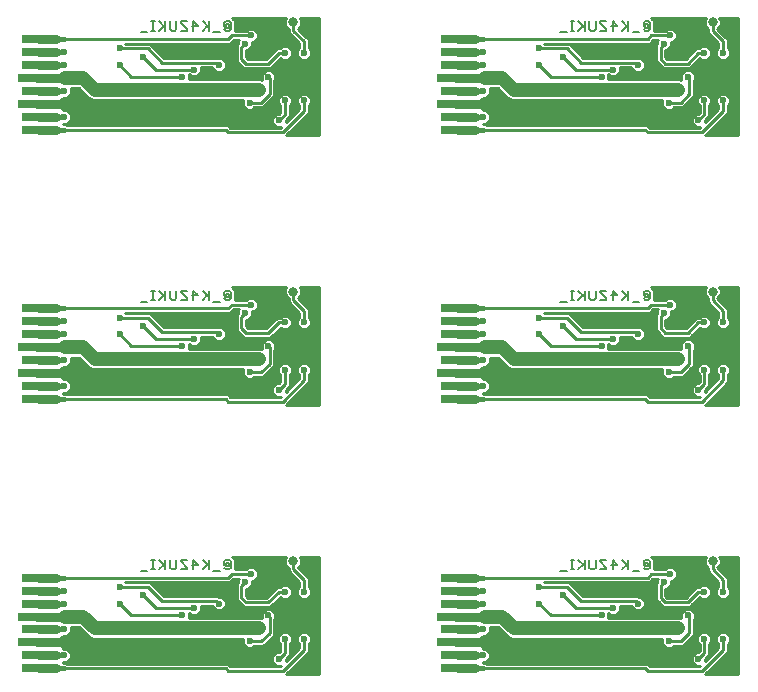
<source format=gbl>
G75*
%MOIN*%
%OFA0B0*%
%FSLAX24Y24*%
%IPPOS*%
%LPD*%
%AMOC8*
5,1,8,0,0,1.08239X$1,22.5*
%
%ADD10C,0.0080*%
%ADD11R,0.1142X0.0315*%
%ADD12R,0.1260X0.0315*%
%ADD13C,0.0315*%
%ADD14C,0.0236*%
%ADD15C,0.0472*%
%ADD16C,0.0315*%
%ADD17C,0.0098*%
%ADD18C,0.0157*%
D10*
X012562Y015251D02*
X012771Y015251D01*
X012908Y015303D02*
X013013Y015303D01*
X012960Y015303D02*
X012960Y015617D01*
X012908Y015617D02*
X013013Y015617D01*
X013166Y015617D02*
X013375Y015408D01*
X013323Y015460D02*
X013166Y015303D01*
X013375Y015303D02*
X013375Y015617D01*
X013528Y015617D02*
X013528Y015356D01*
X013581Y015303D01*
X013685Y015303D01*
X013738Y015356D01*
X013738Y015617D01*
X013891Y015617D02*
X013891Y015565D01*
X014100Y015356D01*
X014100Y015303D01*
X013891Y015303D01*
X013891Y015617D02*
X014100Y015617D01*
X014306Y015617D02*
X014463Y015460D01*
X014253Y015460D01*
X014306Y015303D02*
X014306Y015617D01*
X014616Y015617D02*
X014825Y015408D01*
X014773Y015460D02*
X014616Y015303D01*
X014825Y015303D02*
X014825Y015617D01*
X014978Y015251D02*
X015188Y015251D01*
X015341Y015356D02*
X015393Y015303D01*
X015498Y015303D01*
X015550Y015356D01*
X015550Y015565D01*
X015498Y015617D01*
X015393Y015617D01*
X015341Y015565D01*
X015341Y015460D01*
X015393Y015408D01*
X015393Y015513D01*
X015498Y015513D01*
X015498Y015408D01*
X015393Y015408D01*
X015188Y024227D02*
X014978Y024227D01*
X014825Y024280D02*
X014825Y024594D01*
X014773Y024437D02*
X014616Y024280D01*
X014463Y024437D02*
X014253Y024437D01*
X014306Y024594D02*
X014463Y024437D01*
X014616Y024594D02*
X014825Y024384D01*
X015341Y024332D02*
X015393Y024280D01*
X015498Y024280D01*
X015550Y024332D01*
X015550Y024541D01*
X015498Y024594D01*
X015393Y024594D01*
X015341Y024541D01*
X015341Y024437D01*
X015393Y024384D01*
X015393Y024489D01*
X015498Y024489D01*
X015498Y024384D01*
X015393Y024384D01*
X014306Y024280D02*
X014306Y024594D01*
X014100Y024594D02*
X013891Y024594D01*
X013891Y024541D01*
X014100Y024332D01*
X014100Y024280D01*
X013891Y024280D01*
X013738Y024332D02*
X013685Y024280D01*
X013581Y024280D01*
X013528Y024332D01*
X013528Y024594D01*
X013375Y024594D02*
X013375Y024280D01*
X013375Y024384D02*
X013166Y024594D01*
X013013Y024594D02*
X012908Y024594D01*
X012960Y024594D02*
X012960Y024280D01*
X012908Y024280D02*
X013013Y024280D01*
X013166Y024280D02*
X013323Y024437D01*
X013738Y024332D02*
X013738Y024594D01*
X012771Y024227D02*
X012562Y024227D01*
X012562Y033204D02*
X012771Y033204D01*
X012908Y033256D02*
X013013Y033256D01*
X012960Y033256D02*
X012960Y033570D01*
X012908Y033570D02*
X013013Y033570D01*
X013166Y033570D02*
X013375Y033361D01*
X013323Y033413D02*
X013166Y033256D01*
X013375Y033256D02*
X013375Y033570D01*
X013528Y033570D02*
X013528Y033308D01*
X013581Y033256D01*
X013685Y033256D01*
X013738Y033308D01*
X013738Y033570D01*
X013891Y033570D02*
X013891Y033518D01*
X014100Y033308D01*
X014100Y033256D01*
X013891Y033256D01*
X013891Y033570D02*
X014100Y033570D01*
X014306Y033570D02*
X014463Y033413D01*
X014253Y033413D01*
X014306Y033256D02*
X014306Y033570D01*
X014616Y033570D02*
X014825Y033361D01*
X014773Y033413D02*
X014616Y033256D01*
X014825Y033256D02*
X014825Y033570D01*
X014978Y033204D02*
X015188Y033204D01*
X015341Y033308D02*
X015393Y033256D01*
X015498Y033256D01*
X015550Y033308D01*
X015550Y033518D01*
X015498Y033570D01*
X015393Y033570D01*
X015341Y033518D01*
X015341Y033413D01*
X015393Y033361D01*
X015393Y033465D01*
X015498Y033465D01*
X015498Y033361D01*
X015393Y033361D01*
X026538Y033204D02*
X026747Y033204D01*
X026884Y033256D02*
X026989Y033256D01*
X026937Y033256D02*
X026937Y033570D01*
X026989Y033570D02*
X026884Y033570D01*
X027142Y033570D02*
X027352Y033361D01*
X027299Y033413D02*
X027142Y033256D01*
X027352Y033256D02*
X027352Y033570D01*
X027505Y033570D02*
X027505Y033308D01*
X027557Y033256D01*
X027662Y033256D01*
X027714Y033308D01*
X027714Y033570D01*
X027867Y033570D02*
X027867Y033518D01*
X028077Y033308D01*
X028077Y033256D01*
X027867Y033256D01*
X027867Y033570D02*
X028077Y033570D01*
X028282Y033570D02*
X028439Y033413D01*
X028230Y033413D01*
X028282Y033256D02*
X028282Y033570D01*
X028592Y033570D02*
X028802Y033361D01*
X028749Y033413D02*
X028592Y033256D01*
X028802Y033256D02*
X028802Y033570D01*
X028955Y033204D02*
X029164Y033204D01*
X029317Y033308D02*
X029370Y033256D01*
X029474Y033256D01*
X029527Y033308D01*
X029527Y033518D01*
X029474Y033570D01*
X029370Y033570D01*
X029317Y033518D01*
X029317Y033413D01*
X029370Y033361D01*
X029370Y033465D01*
X029474Y033465D01*
X029474Y033361D01*
X029370Y033361D01*
X029370Y024594D02*
X029317Y024541D01*
X029317Y024437D01*
X029370Y024384D01*
X029370Y024489D01*
X029474Y024489D01*
X029474Y024384D01*
X029370Y024384D01*
X029317Y024332D02*
X029370Y024280D01*
X029474Y024280D01*
X029527Y024332D01*
X029527Y024541D01*
X029474Y024594D01*
X029370Y024594D01*
X029164Y024227D02*
X028955Y024227D01*
X028802Y024280D02*
X028802Y024594D01*
X028749Y024437D02*
X028592Y024280D01*
X028439Y024437D02*
X028230Y024437D01*
X028282Y024594D02*
X028439Y024437D01*
X028592Y024594D02*
X028802Y024384D01*
X028282Y024280D02*
X028282Y024594D01*
X028077Y024594D02*
X027867Y024594D01*
X027867Y024541D01*
X028077Y024332D01*
X028077Y024280D01*
X027867Y024280D01*
X027714Y024332D02*
X027662Y024280D01*
X027557Y024280D01*
X027505Y024332D01*
X027505Y024594D01*
X027352Y024594D02*
X027352Y024280D01*
X027352Y024384D02*
X027142Y024594D01*
X026989Y024594D02*
X026884Y024594D01*
X026937Y024594D02*
X026937Y024280D01*
X026989Y024280D02*
X026884Y024280D01*
X026747Y024227D02*
X026538Y024227D01*
X027142Y024280D02*
X027299Y024437D01*
X027714Y024332D02*
X027714Y024594D01*
X027714Y015617D02*
X027714Y015356D01*
X027662Y015303D01*
X027557Y015303D01*
X027505Y015356D01*
X027505Y015617D01*
X027352Y015617D02*
X027352Y015303D01*
X027352Y015408D02*
X027142Y015617D01*
X026989Y015617D02*
X026884Y015617D01*
X026937Y015617D02*
X026937Y015303D01*
X026989Y015303D02*
X026884Y015303D01*
X026747Y015251D02*
X026538Y015251D01*
X027142Y015303D02*
X027299Y015460D01*
X027867Y015565D02*
X028077Y015356D01*
X028077Y015303D01*
X027867Y015303D01*
X027867Y015565D02*
X027867Y015617D01*
X028077Y015617D01*
X028282Y015617D02*
X028439Y015460D01*
X028230Y015460D01*
X028282Y015303D02*
X028282Y015617D01*
X028592Y015617D02*
X028802Y015408D01*
X028749Y015460D02*
X028592Y015303D01*
X028802Y015303D02*
X028802Y015617D01*
X028955Y015251D02*
X029164Y015251D01*
X029317Y015356D02*
X029370Y015303D01*
X029474Y015303D01*
X029527Y015356D01*
X029527Y015565D01*
X029474Y015617D01*
X029370Y015617D01*
X029317Y015565D01*
X029317Y015460D01*
X029370Y015408D01*
X029370Y015513D01*
X029474Y015513D01*
X029474Y015408D01*
X029370Y015408D01*
D11*
X009153Y011996D03*
X009153Y012429D03*
X009153Y013295D03*
X009153Y014161D03*
X009153Y014594D03*
X009153Y015027D03*
X009153Y020972D03*
X009153Y021405D03*
X009153Y022271D03*
X009153Y023137D03*
X009153Y023570D03*
X009153Y024004D03*
X009153Y029948D03*
X009153Y030381D03*
X009153Y031248D03*
X009153Y032114D03*
X009153Y032547D03*
X009153Y032980D03*
X023130Y032980D03*
X023130Y032547D03*
X023130Y032114D03*
X023130Y031248D03*
X023130Y030381D03*
X023130Y029948D03*
X023130Y024004D03*
X023130Y023570D03*
X023130Y023137D03*
X023130Y022271D03*
X023130Y021405D03*
X023130Y020972D03*
X023130Y015027D03*
X023130Y014594D03*
X023130Y014161D03*
X023130Y013295D03*
X023130Y012429D03*
X023130Y011996D03*
D12*
X023071Y012862D03*
X023071Y013728D03*
X023071Y021838D03*
X023071Y022704D03*
X023071Y030815D03*
X023071Y031681D03*
X009094Y031681D03*
X009094Y030815D03*
X009094Y022704D03*
X009094Y021838D03*
X009094Y013728D03*
X009094Y012862D03*
D13*
X017637Y015578D03*
X017637Y024555D03*
X017637Y033531D03*
X031614Y033531D03*
X031614Y024555D03*
X031614Y015578D03*
D14*
X032204Y015460D03*
X032401Y015618D03*
X032401Y015263D03*
X032401Y014712D03*
X031968Y014555D03*
X031968Y014240D03*
X031968Y013925D03*
X031968Y013610D03*
X031968Y013295D03*
X031968Y012980D03*
X031338Y012980D03*
X031338Y013295D03*
X031338Y013610D03*
X031338Y013925D03*
X031338Y014240D03*
X031338Y014555D03*
X030826Y014909D03*
X030197Y015145D03*
X030000Y014870D03*
X030157Y014476D03*
X030787Y013767D03*
X030472Y013334D03*
X030157Y012901D03*
X030472Y012193D03*
X030826Y012626D03*
X031141Y012311D03*
X032204Y012074D03*
X032401Y011917D03*
X032401Y012271D03*
X029645Y012193D03*
X029645Y013334D03*
X029134Y014161D03*
X028622Y013334D03*
X028307Y014004D03*
X027913Y013767D03*
X028110Y014594D03*
X026614Y014437D03*
X025826Y014712D03*
X025826Y014161D03*
X023976Y014161D03*
X023976Y014594D03*
X023976Y013295D03*
X023976Y012429D03*
X018425Y012271D03*
X018228Y012074D03*
X018425Y011917D03*
X017992Y012980D03*
X017992Y013295D03*
X017992Y013610D03*
X017992Y013925D03*
X017992Y014240D03*
X017992Y014555D03*
X018425Y014712D03*
X018425Y015263D03*
X018228Y015460D03*
X018425Y015618D03*
X017362Y014555D03*
X017362Y014240D03*
X017362Y013925D03*
X017362Y013610D03*
X017362Y013295D03*
X017362Y012980D03*
X016850Y012626D03*
X017165Y012311D03*
X016496Y012193D03*
X016181Y012901D03*
X015669Y012193D03*
X015669Y013334D03*
X016496Y013334D03*
X016811Y013767D03*
X016181Y014476D03*
X016023Y014870D03*
X016220Y015145D03*
X016850Y014909D03*
X015157Y014161D03*
X014645Y013334D03*
X014330Y014004D03*
X013937Y013767D03*
X014134Y014594D03*
X012637Y014437D03*
X011850Y014712D03*
X011850Y014161D03*
X010000Y014161D03*
X010000Y014594D03*
X010000Y013295D03*
X010000Y012429D03*
X015669Y021169D03*
X016496Y021169D03*
X016850Y021602D03*
X017165Y021287D03*
X017362Y021956D03*
X017362Y022271D03*
X017362Y022586D03*
X017362Y022901D03*
X017362Y023216D03*
X017362Y023531D03*
X016850Y023885D03*
X016220Y024122D03*
X016023Y023846D03*
X016181Y023452D03*
X016811Y022744D03*
X016496Y022311D03*
X016181Y021878D03*
X015669Y022311D03*
X015157Y023137D03*
X014645Y022311D03*
X014330Y022980D03*
X013937Y022744D03*
X014134Y023570D03*
X012637Y023413D03*
X011850Y023689D03*
X011850Y023137D03*
X010000Y023137D03*
X010000Y023570D03*
X010000Y022271D03*
X010000Y021405D03*
X017992Y021956D03*
X017992Y022271D03*
X017992Y022586D03*
X017992Y022901D03*
X017992Y023216D03*
X017992Y023531D03*
X018425Y023689D03*
X018425Y024240D03*
X018228Y024437D03*
X018425Y024594D03*
X018425Y021248D03*
X018228Y021051D03*
X018425Y020893D03*
X023976Y021405D03*
X023976Y022271D03*
X023976Y023137D03*
X023976Y023570D03*
X025826Y023689D03*
X025826Y023137D03*
X026614Y023413D03*
X027913Y022744D03*
X028307Y022980D03*
X028110Y023570D03*
X029134Y023137D03*
X029645Y022311D03*
X030157Y021878D03*
X030472Y022311D03*
X030787Y022744D03*
X031338Y022901D03*
X031338Y022586D03*
X031338Y022271D03*
X031338Y021956D03*
X030826Y021602D03*
X031141Y021287D03*
X030472Y021169D03*
X029645Y021169D03*
X028622Y022311D03*
X030157Y023452D03*
X030000Y023846D03*
X030197Y024122D03*
X030826Y023885D03*
X031338Y023531D03*
X031338Y023216D03*
X031968Y023216D03*
X031968Y022901D03*
X031968Y022586D03*
X031968Y022271D03*
X031968Y021956D03*
X032401Y021248D03*
X032204Y021051D03*
X032401Y020893D03*
X031968Y023531D03*
X032401Y023689D03*
X032401Y024240D03*
X032204Y024437D03*
X032401Y024594D03*
X032401Y029870D03*
X032204Y030027D03*
X032401Y030224D03*
X031968Y030933D03*
X031968Y031248D03*
X031968Y031563D03*
X031968Y031878D03*
X031968Y032193D03*
X031968Y032507D03*
X032401Y032665D03*
X032401Y033216D03*
X032204Y033413D03*
X032401Y033570D03*
X031338Y032507D03*
X031338Y032193D03*
X031338Y031878D03*
X031338Y031563D03*
X031338Y031248D03*
X031338Y030933D03*
X030826Y030578D03*
X031141Y030263D03*
X030472Y030145D03*
X030157Y030854D03*
X030472Y031287D03*
X030787Y031720D03*
X030157Y032429D03*
X030000Y032822D03*
X030197Y033098D03*
X030826Y032862D03*
X029134Y032114D03*
X029645Y031287D03*
X028622Y031287D03*
X028307Y031956D03*
X027913Y031720D03*
X028110Y032547D03*
X026614Y032389D03*
X025826Y032114D03*
X025826Y032665D03*
X023976Y032547D03*
X023976Y032114D03*
X023976Y031248D03*
X023976Y030381D03*
X018425Y030224D03*
X018228Y030027D03*
X018425Y029870D03*
X017992Y030933D03*
X017992Y031248D03*
X017992Y031563D03*
X017992Y031878D03*
X017992Y032193D03*
X017992Y032507D03*
X018425Y032665D03*
X018425Y033216D03*
X018228Y033413D03*
X018425Y033570D03*
X017362Y032507D03*
X017362Y032193D03*
X017362Y031878D03*
X017362Y031563D03*
X017362Y031248D03*
X017362Y030933D03*
X016850Y030578D03*
X017165Y030263D03*
X016496Y030145D03*
X016181Y030854D03*
X016496Y031287D03*
X016811Y031720D03*
X016181Y032429D03*
X016023Y032822D03*
X016220Y033098D03*
X016850Y032862D03*
X015157Y032114D03*
X014645Y031287D03*
X014330Y031956D03*
X013937Y031720D03*
X014134Y032547D03*
X012637Y032389D03*
X011850Y032114D03*
X011850Y032665D03*
X010000Y032547D03*
X010000Y032114D03*
X010000Y031248D03*
X010000Y030381D03*
X015669Y030145D03*
X015669Y031287D03*
X029645Y030145D03*
D15*
X029645Y031287D02*
X028622Y031287D01*
X025000Y031287D01*
X024606Y031681D01*
X024015Y031681D01*
X024015Y030815D02*
X024330Y030815D01*
X029645Y031287D02*
X030472Y031287D01*
X024606Y022704D02*
X024015Y022704D01*
X024606Y022704D02*
X025000Y022311D01*
X028622Y022311D01*
X029645Y022311D01*
X030472Y022311D01*
X024330Y021838D02*
X024015Y021838D01*
X016496Y022311D02*
X015669Y022311D01*
X014645Y022311D01*
X011023Y022311D01*
X010630Y022704D01*
X010039Y022704D01*
X010039Y021838D02*
X010354Y021838D01*
X010630Y013728D02*
X010039Y013728D01*
X010630Y013728D02*
X011023Y013334D01*
X014645Y013334D01*
X015669Y013334D01*
X016496Y013334D01*
X010354Y012862D02*
X010039Y012862D01*
X024015Y012862D02*
X024330Y012862D01*
X025000Y013334D02*
X028622Y013334D01*
X029645Y013334D01*
X030472Y013334D01*
X025000Y013334D02*
X024606Y013728D01*
X024015Y013728D01*
X010354Y030815D02*
X010039Y030815D01*
X010039Y031681D02*
X010630Y031681D01*
X011023Y031287D01*
X014645Y031287D01*
X015669Y031287D01*
X016496Y031287D01*
D16*
X010039Y031681D02*
X009094Y031681D01*
X009153Y032114D02*
X009724Y032114D01*
X009724Y032547D02*
X009153Y032547D01*
X009153Y032980D02*
X009724Y032980D01*
X009724Y031248D02*
X009153Y031248D01*
X009094Y030815D02*
X010039Y030815D01*
X009724Y030381D02*
X009153Y030381D01*
X009153Y029948D02*
X009724Y029948D01*
X009724Y024004D02*
X009153Y024004D01*
X009153Y023570D02*
X009724Y023570D01*
X009724Y023137D02*
X009153Y023137D01*
X009094Y022704D02*
X010039Y022704D01*
X009724Y022271D02*
X009153Y022271D01*
X009094Y021838D02*
X010039Y021838D01*
X009724Y021405D02*
X009153Y021405D01*
X009153Y020972D02*
X009724Y020972D01*
X009724Y015027D02*
X009153Y015027D01*
X009153Y014594D02*
X009724Y014594D01*
X009724Y014161D02*
X009153Y014161D01*
X009094Y013728D02*
X010039Y013728D01*
X009724Y013295D02*
X009153Y013295D01*
X009094Y012862D02*
X010039Y012862D01*
X009724Y012429D02*
X009153Y012429D01*
X009153Y011996D02*
X009724Y011996D01*
X023071Y012862D02*
X024015Y012862D01*
X023700Y012429D02*
X023130Y012429D01*
X023130Y011996D02*
X023700Y011996D01*
X023700Y013295D02*
X023130Y013295D01*
X023071Y013728D02*
X024015Y013728D01*
X023700Y014161D02*
X023130Y014161D01*
X023130Y014594D02*
X023700Y014594D01*
X023700Y015027D02*
X023130Y015027D01*
X023130Y020972D02*
X023700Y020972D01*
X023700Y021405D02*
X023130Y021405D01*
X023071Y021838D02*
X024015Y021838D01*
X023700Y022271D02*
X023130Y022271D01*
X023071Y022704D02*
X024015Y022704D01*
X023700Y023137D02*
X023130Y023137D01*
X023130Y023570D02*
X023700Y023570D01*
X023700Y024004D02*
X023130Y024004D01*
X023130Y029948D02*
X023700Y029948D01*
X023700Y030381D02*
X023130Y030381D01*
X023071Y030815D02*
X024015Y030815D01*
X023700Y031248D02*
X023130Y031248D01*
X023071Y031681D02*
X024015Y031681D01*
X023700Y032114D02*
X023130Y032114D01*
X023130Y032547D02*
X023700Y032547D01*
X023700Y032980D02*
X023130Y032980D01*
D17*
X023976Y032980D02*
X029448Y032980D01*
X029567Y033098D01*
X030197Y033098D01*
X030423Y033096D02*
X031550Y033096D01*
X031456Y033190D02*
X031811Y032836D01*
X031811Y032670D01*
X031742Y032601D01*
X031742Y032414D01*
X031874Y032281D01*
X032062Y032281D01*
X032195Y032414D01*
X032195Y032601D01*
X032126Y032670D01*
X032126Y032966D01*
X032033Y033059D01*
X031775Y033317D01*
X031839Y033381D01*
X031880Y033478D01*
X031880Y033584D01*
X031841Y033677D01*
X032470Y033677D01*
X032470Y029763D01*
X031375Y029763D01*
X031417Y029804D01*
X032126Y030513D01*
X032126Y030770D01*
X032195Y030839D01*
X032195Y031026D01*
X032062Y031159D01*
X031874Y031159D01*
X031742Y031026D01*
X031742Y030839D01*
X031811Y030770D01*
X031811Y030644D01*
X031368Y030201D01*
X031368Y030267D01*
X031496Y030395D01*
X031496Y030770D01*
X031565Y030839D01*
X031565Y031026D01*
X031432Y031159D01*
X031244Y031159D01*
X031112Y031026D01*
X031112Y030839D01*
X031181Y030770D01*
X031181Y030525D01*
X031145Y030490D01*
X031048Y030490D01*
X030915Y030357D01*
X030915Y030170D01*
X031048Y030037D01*
X031204Y030037D01*
X031194Y030027D01*
X029514Y030027D01*
X029435Y030106D01*
X024083Y030106D01*
X024054Y030135D01*
X023947Y030135D01*
X023947Y030155D01*
X024070Y030155D01*
X024202Y030288D01*
X024202Y030475D01*
X024070Y030608D01*
X023947Y030608D01*
X023947Y031021D01*
X024070Y031021D01*
X024202Y031154D01*
X024202Y031336D01*
X024463Y031336D01*
X024708Y031092D01*
X024805Y030995D01*
X024931Y030943D01*
X029931Y030943D01*
X029931Y030760D01*
X030063Y030628D01*
X030251Y030628D01*
X030320Y030696D01*
X030616Y030696D01*
X030892Y030972D01*
X030984Y031064D01*
X030984Y031597D01*
X031013Y031626D01*
X031013Y031814D01*
X030881Y031946D01*
X030693Y031946D01*
X030561Y031814D01*
X030561Y031626D01*
X030566Y031621D01*
X030541Y031631D01*
X028139Y031631D01*
X028139Y031799D01*
X028144Y031799D01*
X028213Y031730D01*
X028401Y031730D01*
X028533Y031863D01*
X028533Y032035D01*
X028907Y032035D01*
X028907Y032020D01*
X029040Y031887D01*
X029227Y031887D01*
X029360Y032020D01*
X029360Y032208D01*
X029227Y032340D01*
X029130Y032340D01*
X029120Y032350D01*
X027309Y032350D01*
X026929Y032730D01*
X026929Y032730D01*
X026837Y032822D01*
X025989Y032822D01*
X025989Y032822D01*
X029514Y032822D01*
X029606Y032915D01*
X029632Y032941D01*
X029798Y032941D01*
X029773Y032916D01*
X029773Y032819D01*
X029724Y032770D01*
X029724Y032245D01*
X029816Y032153D01*
X029974Y031996D01*
X030852Y031996D01*
X030945Y032088D01*
X031191Y032334D01*
X031244Y032281D01*
X031432Y032281D01*
X031565Y032414D01*
X031565Y032601D01*
X031432Y032734D01*
X031244Y032734D01*
X031176Y032665D01*
X031076Y032665D01*
X030722Y032311D01*
X030104Y032311D01*
X030039Y032376D01*
X030039Y032596D01*
X030093Y032596D01*
X030226Y032729D01*
X030226Y032872D01*
X030290Y032872D01*
X030423Y033004D01*
X030423Y033192D01*
X030290Y033324D01*
X030103Y033324D01*
X030034Y033256D01*
X029675Y033256D01*
X029675Y033517D01*
X029675Y033579D01*
X029623Y033632D01*
X029604Y033650D01*
X029577Y033677D01*
X031387Y033677D01*
X031348Y033584D01*
X031348Y033478D01*
X031389Y033381D01*
X031456Y033313D01*
X031456Y033190D01*
X031456Y033193D02*
X030422Y033193D01*
X030325Y033290D02*
X031456Y033290D01*
X031386Y033387D02*
X029675Y033387D01*
X029675Y033484D02*
X031348Y033484D01*
X031348Y033581D02*
X029673Y033581D01*
X029623Y033632D02*
X029623Y033632D01*
X029675Y033290D02*
X030068Y033290D01*
X030418Y032999D02*
X031647Y032999D01*
X031744Y032902D02*
X030321Y032902D01*
X030226Y032805D02*
X031811Y032805D01*
X031811Y032708D02*
X031457Y032708D01*
X031554Y032612D02*
X031752Y032612D01*
X031742Y032515D02*
X031565Y032515D01*
X031565Y032418D02*
X031742Y032418D01*
X031835Y032321D02*
X031472Y032321D01*
X031338Y032507D02*
X031141Y032507D01*
X030787Y032153D01*
X030039Y032153D01*
X029882Y032311D01*
X029882Y032704D01*
X030000Y032822D01*
X030206Y032708D02*
X031219Y032708D01*
X031023Y032612D02*
X030109Y032612D01*
X030039Y032515D02*
X030926Y032515D01*
X030829Y032418D02*
X030039Y032418D01*
X030094Y032321D02*
X030732Y032321D01*
X030984Y032127D02*
X032470Y032127D01*
X032470Y032224D02*
X031080Y032224D01*
X031177Y032321D02*
X031205Y032321D01*
X030887Y032030D02*
X032470Y032030D01*
X032470Y031933D02*
X030894Y031933D01*
X030991Y031836D02*
X032470Y031836D01*
X032470Y031739D02*
X031013Y031739D01*
X031013Y031642D02*
X032470Y031642D01*
X032470Y031545D02*
X030984Y031545D01*
X030984Y031448D02*
X032470Y031448D01*
X032470Y031352D02*
X030984Y031352D01*
X030984Y031255D02*
X032470Y031255D01*
X032470Y031158D02*
X032063Y031158D01*
X032160Y031061D02*
X032470Y031061D01*
X032470Y030964D02*
X032195Y030964D01*
X032195Y030867D02*
X032470Y030867D01*
X032470Y030770D02*
X032126Y030770D01*
X032126Y030673D02*
X032470Y030673D01*
X032470Y030576D02*
X032126Y030576D01*
X032092Y030479D02*
X032470Y030479D01*
X032470Y030382D02*
X031995Y030382D01*
X031898Y030285D02*
X032470Y030285D01*
X032470Y030188D02*
X031801Y030188D01*
X031704Y030091D02*
X032470Y030091D01*
X032470Y029995D02*
X031607Y029995D01*
X031510Y029898D02*
X032470Y029898D01*
X032470Y029801D02*
X031413Y029801D01*
X031260Y029870D02*
X029448Y029870D01*
X029370Y029948D01*
X023976Y029948D01*
X024103Y030188D02*
X030915Y030188D01*
X030915Y030285D02*
X024200Y030285D01*
X024202Y030382D02*
X030940Y030382D01*
X031037Y030479D02*
X024199Y030479D01*
X024102Y030576D02*
X031181Y030576D01*
X031181Y030673D02*
X030296Y030673D01*
X030157Y030854D02*
X030551Y030854D01*
X030826Y031130D01*
X030826Y031681D01*
X030787Y031720D01*
X030561Y031739D02*
X028410Y031739D01*
X028507Y031836D02*
X030583Y031836D01*
X030680Y031933D02*
X029273Y031933D01*
X029360Y032030D02*
X029939Y032030D01*
X029843Y032127D02*
X029360Y032127D01*
X029344Y032224D02*
X029746Y032224D01*
X029724Y032321D02*
X029247Y032321D01*
X029055Y032193D02*
X029134Y032114D01*
X029055Y032193D02*
X027244Y032193D01*
X026771Y032665D01*
X025826Y032665D01*
X025826Y032114D02*
X026220Y031720D01*
X027913Y031720D01*
X028139Y031739D02*
X028204Y031739D01*
X028139Y031642D02*
X030561Y031642D01*
X030984Y031158D02*
X031243Y031158D01*
X031146Y031061D02*
X030980Y031061D01*
X030883Y030964D02*
X031112Y030964D01*
X031112Y030867D02*
X030787Y030867D01*
X030690Y030770D02*
X031181Y030770D01*
X031338Y030933D02*
X031338Y030460D01*
X031141Y030263D01*
X030993Y030091D02*
X029449Y030091D01*
X030018Y030673D02*
X023947Y030673D01*
X023947Y030770D02*
X029931Y030770D01*
X029931Y030867D02*
X023947Y030867D01*
X023947Y030964D02*
X024880Y030964D01*
X024739Y031061D02*
X024109Y031061D01*
X024202Y031158D02*
X024642Y031158D01*
X024545Y031255D02*
X024202Y031255D01*
X026614Y032389D02*
X027047Y031956D01*
X028307Y031956D01*
X028533Y031933D02*
X028994Y031933D01*
X028907Y032030D02*
X028533Y032030D01*
X029724Y032418D02*
X027241Y032418D01*
X027144Y032515D02*
X029724Y032515D01*
X029724Y032612D02*
X027047Y032612D01*
X026951Y032708D02*
X029724Y032708D01*
X029760Y032805D02*
X026854Y032805D01*
X029594Y032902D02*
X029773Y032902D01*
X031614Y033256D02*
X031968Y032901D01*
X031968Y032507D01*
X032195Y032515D02*
X032470Y032515D01*
X032470Y032612D02*
X032184Y032612D01*
X032126Y032708D02*
X032470Y032708D01*
X032470Y032805D02*
X032126Y032805D01*
X032126Y032902D02*
X032470Y032902D01*
X032470Y032999D02*
X032093Y032999D01*
X031996Y033096D02*
X032470Y033096D01*
X032470Y033193D02*
X031899Y033193D01*
X031802Y033290D02*
X032470Y033290D01*
X032470Y033387D02*
X031842Y033387D01*
X031880Y033484D02*
X032470Y033484D01*
X032470Y033581D02*
X031880Y033581D01*
X031614Y033531D02*
X031614Y033256D01*
X032195Y032418D02*
X032470Y032418D01*
X032470Y032321D02*
X032102Y032321D01*
X031873Y031158D02*
X031433Y031158D01*
X031530Y031061D02*
X031776Y031061D01*
X031742Y030964D02*
X031565Y030964D01*
X031565Y030867D02*
X031742Y030867D01*
X031811Y030770D02*
X031496Y030770D01*
X031496Y030673D02*
X031811Y030673D01*
X031743Y030576D02*
X031496Y030576D01*
X031496Y030479D02*
X031646Y030479D01*
X031549Y030382D02*
X031483Y030382D01*
X031452Y030285D02*
X031386Y030285D01*
X031260Y029870D02*
X031968Y030578D01*
X031968Y030933D01*
X031841Y024701D02*
X032470Y024701D01*
X032470Y020786D01*
X031375Y020786D01*
X031417Y020828D01*
X032126Y021537D01*
X032126Y021794D01*
X032195Y021863D01*
X032195Y022050D01*
X032062Y022183D01*
X031874Y022183D01*
X031742Y022050D01*
X031742Y021863D01*
X031811Y021794D01*
X031811Y021667D01*
X031368Y021224D01*
X031368Y021291D01*
X031496Y021419D01*
X031496Y021794D01*
X031565Y021863D01*
X031565Y022050D01*
X031432Y022183D01*
X031244Y022183D01*
X031112Y022050D01*
X031112Y021863D01*
X031181Y021794D01*
X031181Y021549D01*
X031145Y021513D01*
X031048Y021513D01*
X030915Y021381D01*
X030915Y021193D01*
X031048Y021061D01*
X031204Y021061D01*
X031194Y021051D01*
X029514Y021051D01*
X029435Y021130D01*
X024083Y021130D01*
X024054Y021159D01*
X023947Y021159D01*
X023947Y021179D01*
X024070Y021179D01*
X024202Y021311D01*
X024202Y021499D01*
X024070Y021631D01*
X023947Y021631D01*
X023947Y022045D01*
X024070Y022045D01*
X024202Y022177D01*
X024202Y022360D01*
X024463Y022360D01*
X024708Y022115D01*
X024805Y022019D01*
X024931Y021966D01*
X029931Y021966D01*
X029931Y021784D01*
X030063Y021651D01*
X030251Y021651D01*
X030320Y021720D01*
X030616Y021720D01*
X030892Y021996D01*
X030984Y022088D01*
X030984Y022620D01*
X031013Y022650D01*
X031013Y022837D01*
X030881Y022970D01*
X030693Y022970D01*
X030561Y022837D01*
X030561Y022650D01*
X030566Y022645D01*
X030541Y022655D01*
X028139Y022655D01*
X028139Y022822D01*
X028144Y022822D01*
X028213Y022754D01*
X028401Y022754D01*
X028533Y022886D01*
X028533Y023059D01*
X028907Y023059D01*
X028907Y023044D01*
X029040Y022911D01*
X029227Y022911D01*
X029360Y023044D01*
X029360Y023231D01*
X029227Y023364D01*
X029130Y023364D01*
X029120Y023374D01*
X027309Y023374D01*
X026837Y023846D01*
X025989Y023846D01*
X029514Y023846D01*
X029606Y023938D01*
X029632Y023964D01*
X029798Y023964D01*
X029773Y023940D01*
X029773Y023842D01*
X029724Y023793D01*
X029724Y023269D01*
X029816Y023177D01*
X029974Y023019D01*
X030852Y023019D01*
X030945Y023112D01*
X031191Y023358D01*
X031244Y023305D01*
X031432Y023305D01*
X031565Y023437D01*
X031565Y023625D01*
X031432Y023757D01*
X031244Y023757D01*
X031176Y023689D01*
X031076Y023689D01*
X030722Y023334D01*
X030104Y023334D01*
X030039Y023399D01*
X030039Y023620D01*
X030093Y023620D01*
X030226Y023752D01*
X030226Y023895D01*
X030290Y023895D01*
X030423Y024028D01*
X030423Y024215D01*
X030290Y024348D01*
X030103Y024348D01*
X030034Y024279D01*
X029675Y024279D01*
X029675Y024541D01*
X029675Y024603D01*
X029623Y024655D01*
X029604Y024673D01*
X029577Y024701D01*
X031387Y024701D01*
X031348Y024608D01*
X031348Y024502D01*
X031389Y024404D01*
X031456Y024336D01*
X031456Y024214D01*
X031811Y023860D01*
X031811Y023694D01*
X031742Y023625D01*
X031742Y023437D01*
X031874Y023305D01*
X032062Y023305D01*
X032195Y023437D01*
X032195Y023625D01*
X032126Y023694D01*
X032126Y023990D01*
X032033Y024082D01*
X031775Y024340D01*
X031839Y024404D01*
X031880Y024502D01*
X031880Y024608D01*
X031841Y024701D01*
X031856Y024664D02*
X032470Y024664D01*
X032470Y024567D02*
X031880Y024567D01*
X031866Y024470D02*
X032470Y024470D01*
X032470Y024373D02*
X031808Y024373D01*
X031840Y024276D02*
X032470Y024276D01*
X032470Y024179D02*
X031937Y024179D01*
X032034Y024082D02*
X032470Y024082D01*
X032470Y023985D02*
X032126Y023985D01*
X032126Y023888D02*
X032470Y023888D01*
X032470Y023791D02*
X032126Y023791D01*
X032126Y023694D02*
X032470Y023694D01*
X032470Y023597D02*
X032195Y023597D01*
X032195Y023501D02*
X032470Y023501D01*
X032470Y023404D02*
X032161Y023404D01*
X032064Y023307D02*
X032470Y023307D01*
X032470Y023210D02*
X031043Y023210D01*
X031140Y023307D02*
X031243Y023307D01*
X031434Y023307D02*
X031872Y023307D01*
X031776Y023404D02*
X031531Y023404D01*
X031565Y023501D02*
X031742Y023501D01*
X031742Y023597D02*
X031565Y023597D01*
X031495Y023694D02*
X031811Y023694D01*
X031811Y023791D02*
X030226Y023791D01*
X030226Y023888D02*
X031782Y023888D01*
X031685Y023985D02*
X030380Y023985D01*
X030423Y024082D02*
X031588Y024082D01*
X031491Y024179D02*
X030423Y024179D01*
X030362Y024276D02*
X031456Y024276D01*
X031420Y024373D02*
X029675Y024373D01*
X029675Y024470D02*
X031361Y024470D01*
X031348Y024567D02*
X029675Y024567D01*
X029623Y024655D02*
X029623Y024655D01*
X029614Y024664D02*
X031371Y024664D01*
X031614Y024555D02*
X031614Y024279D01*
X031968Y023925D01*
X031968Y023531D01*
X031338Y023531D02*
X031141Y023531D01*
X030787Y023177D01*
X030039Y023177D01*
X029882Y023334D01*
X029882Y023728D01*
X030000Y023846D01*
X030168Y023694D02*
X031181Y023694D01*
X030985Y023597D02*
X030039Y023597D01*
X030039Y023501D02*
X030888Y023501D01*
X030791Y023404D02*
X030039Y023404D01*
X029724Y023404D02*
X027279Y023404D01*
X027182Y023501D02*
X029724Y023501D01*
X029724Y023597D02*
X027085Y023597D01*
X026988Y023694D02*
X029724Y023694D01*
X029724Y023791D02*
X026891Y023791D01*
X026771Y023689D02*
X027244Y023216D01*
X029055Y023216D01*
X029134Y023137D01*
X029284Y023307D02*
X029724Y023307D01*
X029783Y023210D02*
X029360Y023210D01*
X029360Y023113D02*
X029880Y023113D01*
X030561Y022822D02*
X028469Y022822D01*
X028533Y022919D02*
X029032Y022919D01*
X028935Y023016D02*
X028533Y023016D01*
X028307Y022980D02*
X027047Y022980D01*
X026614Y023413D01*
X026771Y023689D02*
X025826Y023689D01*
X025989Y023846D02*
X025989Y023846D01*
X025826Y023137D02*
X026220Y022744D01*
X027913Y022744D01*
X028139Y022725D02*
X030561Y022725D01*
X030642Y022919D02*
X029235Y022919D01*
X029332Y023016D02*
X032470Y023016D01*
X032470Y023113D02*
X030946Y023113D01*
X030932Y022919D02*
X032470Y022919D01*
X032470Y022822D02*
X031013Y022822D01*
X031013Y022725D02*
X032470Y022725D01*
X032470Y022628D02*
X030992Y022628D01*
X030984Y022531D02*
X032470Y022531D01*
X032470Y022434D02*
X030984Y022434D01*
X030984Y022337D02*
X032470Y022337D01*
X032470Y022241D02*
X030984Y022241D01*
X030984Y022144D02*
X031205Y022144D01*
X031112Y022047D02*
X030943Y022047D01*
X030846Y021950D02*
X031112Y021950D01*
X031122Y021853D02*
X030749Y021853D01*
X030652Y021756D02*
X031181Y021756D01*
X031181Y021659D02*
X030259Y021659D01*
X030056Y021659D02*
X023947Y021659D01*
X023947Y021756D02*
X029959Y021756D01*
X029931Y021853D02*
X023947Y021853D01*
X023947Y021950D02*
X029931Y021950D01*
X030157Y021878D02*
X030551Y021878D01*
X030826Y022153D01*
X030826Y022704D01*
X030787Y022744D01*
X031471Y022144D02*
X031835Y022144D01*
X031742Y022047D02*
X031565Y022047D01*
X031565Y021950D02*
X031742Y021950D01*
X031752Y021853D02*
X031555Y021853D01*
X031496Y021756D02*
X031811Y021756D01*
X031802Y021659D02*
X031496Y021659D01*
X031496Y021562D02*
X031706Y021562D01*
X031609Y021465D02*
X031496Y021465D01*
X031512Y021368D02*
X031445Y021368D01*
X031415Y021271D02*
X031368Y021271D01*
X031338Y021484D02*
X031141Y021287D01*
X030915Y021271D02*
X024162Y021271D01*
X024202Y021368D02*
X030915Y021368D01*
X030999Y021465D02*
X024202Y021465D01*
X024139Y021562D02*
X031181Y021562D01*
X031338Y021484D02*
X031338Y021956D01*
X031968Y021956D02*
X031968Y021602D01*
X031260Y020893D01*
X029448Y020893D01*
X029370Y020972D01*
X023976Y020972D01*
X023947Y021174D02*
X030934Y021174D01*
X031031Y021077D02*
X029487Y021077D01*
X031376Y020787D02*
X032470Y020787D01*
X032470Y020884D02*
X031472Y020884D01*
X031569Y020980D02*
X032470Y020980D01*
X032470Y021077D02*
X031666Y021077D01*
X031763Y021174D02*
X032470Y021174D01*
X032470Y021271D02*
X031860Y021271D01*
X031957Y021368D02*
X032470Y021368D01*
X032470Y021465D02*
X032054Y021465D01*
X032126Y021562D02*
X032470Y021562D01*
X032470Y021659D02*
X032126Y021659D01*
X032126Y021756D02*
X032470Y021756D01*
X032470Y021853D02*
X032185Y021853D01*
X032195Y021950D02*
X032470Y021950D01*
X032470Y022047D02*
X032195Y022047D01*
X032101Y022144D02*
X032470Y022144D01*
X030197Y024122D02*
X029567Y024122D01*
X029448Y024004D01*
X023976Y024004D01*
X024202Y022337D02*
X024486Y022337D01*
X024583Y022241D02*
X024202Y022241D01*
X024169Y022144D02*
X024680Y022144D01*
X024776Y022047D02*
X024072Y022047D01*
X028139Y022822D02*
X028144Y022822D01*
X029556Y023888D02*
X029773Y023888D01*
X029577Y015725D02*
X031387Y015725D01*
X031348Y015631D01*
X031348Y015525D01*
X031389Y015428D01*
X031456Y015360D01*
X031456Y015238D01*
X031811Y014883D01*
X031811Y014717D01*
X031742Y014648D01*
X031742Y014461D01*
X031874Y014328D01*
X032062Y014328D01*
X032195Y014461D01*
X032195Y014648D01*
X032126Y014717D01*
X032126Y015014D01*
X032033Y015106D01*
X031775Y015364D01*
X031839Y015428D01*
X031880Y015525D01*
X031880Y015631D01*
X031841Y015725D01*
X032470Y015725D01*
X032470Y011810D01*
X031375Y011810D01*
X032126Y012560D01*
X032126Y012817D01*
X032195Y012886D01*
X032195Y013074D01*
X032062Y013206D01*
X031874Y013206D01*
X031742Y013074D01*
X031742Y012886D01*
X031811Y012817D01*
X031811Y012691D01*
X031368Y012248D01*
X031368Y012314D01*
X031496Y012442D01*
X031496Y012817D01*
X031565Y012886D01*
X031565Y013074D01*
X031432Y013206D01*
X031244Y013206D01*
X031112Y013074D01*
X031112Y012886D01*
X031181Y012817D01*
X031181Y012573D01*
X031145Y012537D01*
X031048Y012537D01*
X030915Y012404D01*
X030915Y012217D01*
X031048Y012084D01*
X031204Y012084D01*
X031194Y012074D01*
X029514Y012074D01*
X029435Y012153D01*
X024083Y012153D01*
X024054Y012183D01*
X023947Y012183D01*
X023947Y012202D01*
X024070Y012202D01*
X024202Y012335D01*
X024202Y012523D01*
X024070Y012655D01*
X023947Y012655D01*
X023947Y013069D01*
X024070Y013069D01*
X024202Y013201D01*
X024202Y013383D01*
X024463Y013383D01*
X024708Y013139D01*
X024805Y013042D01*
X024931Y012990D01*
X029931Y012990D01*
X029931Y012807D01*
X030063Y012675D01*
X030251Y012675D01*
X030320Y012744D01*
X030616Y012744D01*
X030892Y013019D01*
X030984Y013112D01*
X030984Y013644D01*
X031013Y013674D01*
X031013Y013861D01*
X030881Y013994D01*
X030693Y013994D01*
X030561Y013861D01*
X030561Y013674D01*
X030566Y013668D01*
X030541Y013679D01*
X028139Y013679D01*
X028139Y013846D01*
X028144Y013846D01*
X028213Y013777D01*
X028401Y013777D01*
X028533Y013910D01*
X028533Y014082D01*
X028907Y014082D01*
X028907Y014067D01*
X029040Y013935D01*
X029227Y013935D01*
X029360Y014067D01*
X029360Y014255D01*
X029227Y014387D01*
X029130Y014387D01*
X029120Y014397D01*
X027309Y014397D01*
X026837Y014870D01*
X025989Y014870D01*
X029514Y014870D01*
X029606Y014962D01*
X029632Y014988D01*
X029798Y014988D01*
X029773Y014963D01*
X029773Y014866D01*
X029724Y014817D01*
X029724Y014293D01*
X029816Y014200D01*
X029974Y014043D01*
X030852Y014043D01*
X030945Y014135D01*
X031191Y014382D01*
X031244Y014328D01*
X031432Y014328D01*
X031565Y014461D01*
X031565Y014648D01*
X031432Y014781D01*
X031244Y014781D01*
X031176Y014712D01*
X031076Y014712D01*
X030722Y014358D01*
X030104Y014358D01*
X030039Y014423D01*
X030039Y014643D01*
X030093Y014643D01*
X030226Y014776D01*
X030226Y014919D01*
X030290Y014919D01*
X030423Y015052D01*
X030423Y015239D01*
X030290Y015372D01*
X030103Y015372D01*
X030034Y015303D01*
X029675Y015303D01*
X029675Y015564D01*
X029675Y015626D01*
X029623Y015679D01*
X029604Y015697D01*
X029577Y015725D01*
X029623Y015679D02*
X029623Y015679D01*
X029652Y015650D02*
X031356Y015650D01*
X031348Y015553D02*
X029675Y015553D01*
X029675Y015456D02*
X031377Y015456D01*
X031456Y015359D02*
X030303Y015359D01*
X030400Y015262D02*
X031456Y015262D01*
X031529Y015165D02*
X030423Y015165D01*
X030423Y015068D02*
X031626Y015068D01*
X031723Y014971D02*
X030343Y014971D01*
X030226Y014874D02*
X031811Y014874D01*
X031811Y014777D02*
X031436Y014777D01*
X031533Y014680D02*
X031774Y014680D01*
X031742Y014583D02*
X031565Y014583D01*
X031565Y014486D02*
X031742Y014486D01*
X031813Y014390D02*
X031493Y014390D01*
X031338Y014555D02*
X031141Y014555D01*
X030787Y014200D01*
X030039Y014200D01*
X029882Y014358D01*
X029882Y014752D01*
X030000Y014870D01*
X029773Y014874D02*
X029518Y014874D01*
X029615Y014971D02*
X029781Y014971D01*
X029724Y014777D02*
X026929Y014777D01*
X027026Y014680D02*
X029724Y014680D01*
X029724Y014583D02*
X027123Y014583D01*
X027220Y014486D02*
X029724Y014486D01*
X029724Y014390D02*
X029128Y014390D01*
X029055Y014240D02*
X029134Y014161D01*
X029055Y014240D02*
X027244Y014240D01*
X026771Y014712D01*
X025826Y014712D01*
X025989Y014870D02*
X025989Y014870D01*
X025826Y014161D02*
X026220Y013767D01*
X027913Y013767D01*
X028139Y013808D02*
X028182Y013808D01*
X028139Y013711D02*
X030561Y013711D01*
X030561Y013808D02*
X028431Y013808D01*
X028528Y013905D02*
X030605Y013905D01*
X030787Y013767D02*
X030826Y013728D01*
X030826Y013177D01*
X030551Y012901D01*
X030157Y012901D01*
X029996Y012742D02*
X023947Y012742D01*
X023947Y012839D02*
X029931Y012839D01*
X029931Y012936D02*
X023947Y012936D01*
X023947Y013033D02*
X024828Y013033D01*
X024717Y013130D02*
X024131Y013130D01*
X024202Y013226D02*
X024620Y013226D01*
X024523Y013323D02*
X024202Y013323D01*
X024080Y012645D02*
X031181Y012645D01*
X031181Y012742D02*
X030318Y012742D01*
X030711Y012839D02*
X031159Y012839D01*
X031112Y012936D02*
X030808Y012936D01*
X030905Y013033D02*
X031112Y013033D01*
X031168Y013130D02*
X030984Y013130D01*
X030984Y013226D02*
X032470Y013226D01*
X032470Y013130D02*
X032139Y013130D01*
X032195Y013033D02*
X032470Y013033D01*
X032470Y012936D02*
X032195Y012936D01*
X032147Y012839D02*
X032470Y012839D01*
X032470Y012742D02*
X032126Y012742D01*
X032126Y012645D02*
X032470Y012645D01*
X032470Y012548D02*
X032113Y012548D01*
X032016Y012451D02*
X032470Y012451D01*
X032470Y012354D02*
X031919Y012354D01*
X031822Y012257D02*
X032470Y012257D01*
X032470Y012160D02*
X031726Y012160D01*
X031629Y012063D02*
X032470Y012063D01*
X032470Y011966D02*
X031532Y011966D01*
X031435Y011870D02*
X032470Y011870D01*
X031968Y012626D02*
X031260Y011917D01*
X029448Y011917D01*
X029370Y011996D01*
X023976Y011996D01*
X024076Y012160D02*
X030972Y012160D01*
X030915Y012257D02*
X024125Y012257D01*
X024202Y012354D02*
X030915Y012354D01*
X030962Y012451D02*
X024202Y012451D01*
X024177Y012548D02*
X031156Y012548D01*
X031338Y012507D02*
X031141Y012311D01*
X031368Y012257D02*
X031377Y012257D01*
X031408Y012354D02*
X031474Y012354D01*
X031496Y012451D02*
X031571Y012451D01*
X031496Y012548D02*
X031668Y012548D01*
X031765Y012645D02*
X031496Y012645D01*
X031496Y012742D02*
X031811Y012742D01*
X031789Y012839D02*
X031517Y012839D01*
X031565Y012936D02*
X031742Y012936D01*
X031742Y013033D02*
X031565Y013033D01*
X031509Y013130D02*
X031798Y013130D01*
X031968Y012980D02*
X031968Y012626D01*
X031338Y012507D02*
X031338Y012980D01*
X030984Y013323D02*
X032470Y013323D01*
X032470Y013420D02*
X030984Y013420D01*
X030984Y013517D02*
X032470Y013517D01*
X032470Y013614D02*
X030984Y013614D01*
X031013Y013711D02*
X032470Y013711D01*
X032470Y013808D02*
X031013Y013808D01*
X030970Y013905D02*
X032470Y013905D01*
X032470Y014002D02*
X029295Y014002D01*
X029360Y014099D02*
X029918Y014099D01*
X029821Y014196D02*
X029360Y014196D01*
X029322Y014293D02*
X029724Y014293D01*
X030073Y014390D02*
X030754Y014390D01*
X030850Y014486D02*
X030039Y014486D01*
X030039Y014583D02*
X030947Y014583D01*
X031044Y014680D02*
X030130Y014680D01*
X030226Y014777D02*
X031241Y014777D01*
X031102Y014293D02*
X032470Y014293D01*
X032470Y014390D02*
X032123Y014390D01*
X032195Y014486D02*
X032470Y014486D01*
X032470Y014583D02*
X032195Y014583D01*
X032163Y014680D02*
X032470Y014680D01*
X032470Y014777D02*
X032126Y014777D01*
X032126Y014874D02*
X032470Y014874D01*
X032470Y014971D02*
X032126Y014971D01*
X032071Y015068D02*
X032470Y015068D01*
X032470Y015165D02*
X031974Y015165D01*
X031877Y015262D02*
X032470Y015262D01*
X032470Y015359D02*
X031780Y015359D01*
X031851Y015456D02*
X032470Y015456D01*
X032470Y015553D02*
X031880Y015553D01*
X031872Y015650D02*
X032470Y015650D01*
X031614Y015578D02*
X031614Y015303D01*
X031968Y014948D01*
X031968Y014555D01*
X032470Y014196D02*
X031005Y014196D01*
X030908Y014099D02*
X032470Y014099D01*
X030197Y015145D02*
X029567Y015145D01*
X029448Y015027D01*
X023976Y015027D01*
X026614Y014437D02*
X027047Y014004D01*
X028307Y014004D01*
X028533Y014002D02*
X028973Y014002D01*
X029675Y015359D02*
X030090Y015359D01*
X018494Y015359D02*
X017804Y015359D01*
X017799Y015364D02*
X017863Y015428D01*
X017903Y015525D01*
X017903Y015631D01*
X017864Y015725D01*
X018494Y015725D01*
X018494Y011810D01*
X017399Y011810D01*
X018149Y012560D01*
X018149Y012817D01*
X018218Y012886D01*
X018218Y013074D01*
X018086Y013206D01*
X017898Y013206D01*
X017765Y013074D01*
X017765Y012886D01*
X017834Y012817D01*
X017834Y012691D01*
X017391Y012248D01*
X017391Y012314D01*
X017519Y012442D01*
X017519Y012817D01*
X017588Y012886D01*
X017588Y013074D01*
X017456Y013206D01*
X017268Y013206D01*
X017135Y013074D01*
X017135Y012886D01*
X017204Y012817D01*
X017204Y012573D01*
X017169Y012537D01*
X017071Y012537D01*
X016939Y012404D01*
X016939Y012217D01*
X017071Y012084D01*
X017228Y012084D01*
X017218Y012074D01*
X015537Y012074D01*
X015459Y012153D01*
X010107Y012153D01*
X010077Y012183D01*
X009970Y012183D01*
X009970Y012202D01*
X010093Y012202D01*
X010226Y012335D01*
X010226Y012523D01*
X010093Y012655D01*
X009970Y012655D01*
X009970Y013069D01*
X010093Y013069D01*
X010226Y013201D01*
X010226Y013383D01*
X010487Y013383D01*
X010731Y013139D01*
X010828Y013042D01*
X010955Y012990D01*
X015954Y012990D01*
X015954Y012807D01*
X016087Y012675D01*
X016275Y012675D01*
X016343Y012744D01*
X016640Y012744D01*
X016915Y013019D01*
X017008Y013112D01*
X017008Y013644D01*
X017037Y013674D01*
X017037Y013861D01*
X016904Y013994D01*
X016717Y013994D01*
X016584Y013861D01*
X016584Y013674D01*
X016590Y013668D01*
X016564Y013679D01*
X014163Y013679D01*
X014163Y013846D01*
X014168Y013846D01*
X014237Y013777D01*
X014424Y013777D01*
X014557Y013910D01*
X014557Y014082D01*
X014931Y014082D01*
X014931Y014067D01*
X015063Y013935D01*
X015251Y013935D01*
X015384Y014067D01*
X015384Y014255D01*
X015251Y014387D01*
X015153Y014387D01*
X015144Y014397D01*
X013333Y014397D01*
X012860Y014870D01*
X012013Y014870D01*
X015537Y014870D01*
X015630Y014962D01*
X015655Y014988D01*
X015821Y014988D01*
X015797Y014963D01*
X015797Y014866D01*
X015748Y014817D01*
X015748Y014293D01*
X015346Y014293D01*
X015384Y014196D02*
X015845Y014196D01*
X015840Y014200D02*
X015997Y014043D01*
X016876Y014043D01*
X016968Y014135D01*
X017215Y014382D01*
X017268Y014328D01*
X017456Y014328D01*
X017588Y014461D01*
X017588Y014648D01*
X017456Y014781D01*
X017268Y014781D01*
X017199Y014712D01*
X017100Y014712D01*
X016745Y014358D01*
X016128Y014358D01*
X016063Y014423D01*
X016063Y014643D01*
X016117Y014643D01*
X016250Y014776D01*
X016250Y014919D01*
X016314Y014919D01*
X016447Y015052D01*
X016447Y015239D01*
X016314Y015372D01*
X016126Y015372D01*
X016057Y015303D01*
X015698Y015303D01*
X015698Y015564D01*
X015698Y015626D01*
X015646Y015679D01*
X015628Y015697D01*
X015600Y015725D01*
X017410Y015725D01*
X017372Y015631D01*
X017372Y015525D01*
X017412Y015428D01*
X017480Y015360D01*
X017480Y015238D01*
X017834Y014883D01*
X017834Y014717D01*
X017765Y014648D01*
X017765Y014461D01*
X017898Y014328D01*
X018086Y014328D01*
X018218Y014461D01*
X018218Y014648D01*
X018149Y014717D01*
X018149Y015014D01*
X018057Y015106D01*
X017799Y015364D01*
X017874Y015456D02*
X018494Y015456D01*
X018494Y015553D02*
X017903Y015553D01*
X017896Y015650D02*
X018494Y015650D01*
X018494Y015262D02*
X017901Y015262D01*
X017998Y015165D02*
X018494Y015165D01*
X018494Y015068D02*
X018095Y015068D01*
X018149Y014971D02*
X018494Y014971D01*
X018494Y014874D02*
X018149Y014874D01*
X018149Y014777D02*
X018494Y014777D01*
X018494Y014680D02*
X018186Y014680D01*
X018218Y014583D02*
X018494Y014583D01*
X018494Y014486D02*
X018218Y014486D01*
X018147Y014390D02*
X018494Y014390D01*
X018494Y014293D02*
X017126Y014293D01*
X017029Y014196D02*
X018494Y014196D01*
X018494Y014099D02*
X016932Y014099D01*
X016811Y014200D02*
X016063Y014200D01*
X015905Y014358D01*
X015905Y014752D01*
X016023Y014870D01*
X015797Y014874D02*
X015542Y014874D01*
X015639Y014971D02*
X015805Y014971D01*
X015748Y014777D02*
X012953Y014777D01*
X013050Y014680D02*
X015748Y014680D01*
X015748Y014583D02*
X013146Y014583D01*
X013243Y014486D02*
X015748Y014486D01*
X015748Y014390D02*
X015151Y014390D01*
X015078Y014240D02*
X015157Y014161D01*
X015078Y014240D02*
X013267Y014240D01*
X012795Y014712D01*
X011850Y014712D01*
X012013Y014870D02*
X012013Y014870D01*
X011850Y014161D02*
X012244Y013767D01*
X013937Y013767D01*
X014163Y013808D02*
X014206Y013808D01*
X014163Y013711D02*
X016584Y013711D01*
X016584Y013808D02*
X014455Y013808D01*
X014552Y013905D02*
X016628Y013905D01*
X016811Y013767D02*
X016850Y013728D01*
X016850Y013177D01*
X016574Y012901D01*
X016181Y012901D01*
X016342Y012742D02*
X017204Y012742D01*
X017204Y012645D02*
X010104Y012645D01*
X010201Y012548D02*
X017180Y012548D01*
X017362Y012507D02*
X017165Y012311D01*
X016995Y012160D02*
X010100Y012160D01*
X010148Y012257D02*
X016939Y012257D01*
X016939Y012354D02*
X010226Y012354D01*
X010226Y012451D02*
X016985Y012451D01*
X017362Y012507D02*
X017362Y012980D01*
X017532Y013130D02*
X017821Y013130D01*
X017765Y013033D02*
X017588Y013033D01*
X017588Y012936D02*
X017765Y012936D01*
X017813Y012839D02*
X017541Y012839D01*
X017519Y012742D02*
X017834Y012742D01*
X017788Y012645D02*
X017519Y012645D01*
X017519Y012548D02*
X017691Y012548D01*
X017595Y012451D02*
X017519Y012451D01*
X017498Y012354D02*
X017431Y012354D01*
X017401Y012257D02*
X017391Y012257D01*
X017652Y012063D02*
X018494Y012063D01*
X018494Y011966D02*
X017555Y011966D01*
X017458Y011870D02*
X018494Y011870D01*
X018494Y012160D02*
X017749Y012160D01*
X017846Y012257D02*
X018494Y012257D01*
X018494Y012354D02*
X017943Y012354D01*
X018040Y012451D02*
X018494Y012451D01*
X018494Y012548D02*
X018137Y012548D01*
X018149Y012645D02*
X018494Y012645D01*
X018494Y012742D02*
X018149Y012742D01*
X018171Y012839D02*
X018494Y012839D01*
X018494Y012936D02*
X018218Y012936D01*
X018218Y013033D02*
X018494Y013033D01*
X018494Y013130D02*
X018162Y013130D01*
X017992Y012980D02*
X017992Y012626D01*
X017283Y011917D01*
X015472Y011917D01*
X015393Y011996D01*
X010000Y011996D01*
X009970Y012742D02*
X016020Y012742D01*
X015954Y012839D02*
X009970Y012839D01*
X009970Y012936D02*
X015954Y012936D01*
X016735Y012839D02*
X017183Y012839D01*
X017135Y012936D02*
X016832Y012936D01*
X016929Y013033D02*
X017135Y013033D01*
X017191Y013130D02*
X017008Y013130D01*
X017008Y013226D02*
X018494Y013226D01*
X018494Y013323D02*
X017008Y013323D01*
X017008Y013420D02*
X018494Y013420D01*
X018494Y013517D02*
X017008Y013517D01*
X017008Y013614D02*
X018494Y013614D01*
X018494Y013711D02*
X017037Y013711D01*
X017037Y013808D02*
X018494Y013808D01*
X018494Y013905D02*
X016993Y013905D01*
X016811Y014200D02*
X017165Y014555D01*
X017362Y014555D01*
X017517Y014390D02*
X017837Y014390D01*
X017765Y014486D02*
X017588Y014486D01*
X017588Y014583D02*
X017765Y014583D01*
X017797Y014680D02*
X017556Y014680D01*
X017459Y014777D02*
X017834Y014777D01*
X017834Y014874D02*
X016250Y014874D01*
X016250Y014777D02*
X017264Y014777D01*
X017068Y014680D02*
X016154Y014680D01*
X016063Y014583D02*
X016971Y014583D01*
X016874Y014486D02*
X016063Y014486D01*
X016096Y014390D02*
X016777Y014390D01*
X016366Y014971D02*
X017746Y014971D01*
X017649Y015068D02*
X016447Y015068D01*
X016447Y015165D02*
X017553Y015165D01*
X017480Y015262D02*
X016424Y015262D01*
X016327Y015359D02*
X017480Y015359D01*
X017401Y015456D02*
X015698Y015456D01*
X015698Y015553D02*
X017372Y015553D01*
X017379Y015650D02*
X015675Y015650D01*
X015646Y015679D02*
X015646Y015679D01*
X015698Y015359D02*
X016114Y015359D01*
X016220Y015145D02*
X015590Y015145D01*
X015472Y015027D01*
X010000Y015027D01*
X010226Y013323D02*
X010547Y013323D01*
X010644Y013226D02*
X010226Y013226D01*
X010154Y013130D02*
X010741Y013130D01*
X010851Y013033D02*
X009970Y013033D01*
X012637Y014437D02*
X013071Y014004D01*
X014330Y014004D01*
X014557Y014002D02*
X014996Y014002D01*
X015318Y014002D02*
X018494Y014002D01*
X017992Y014555D02*
X017992Y014948D01*
X017637Y015303D01*
X017637Y015578D01*
X015942Y014099D02*
X015384Y014099D01*
X015748Y014293D02*
X015840Y014200D01*
X017399Y020786D02*
X017441Y020828D01*
X018149Y021537D01*
X018149Y021794D01*
X018218Y021863D01*
X018218Y022050D01*
X018086Y022183D01*
X017898Y022183D01*
X017765Y022050D01*
X017765Y021863D01*
X017834Y021794D01*
X017834Y021667D01*
X017391Y021224D01*
X017391Y021291D01*
X017519Y021419D01*
X017519Y021794D01*
X017588Y021863D01*
X017588Y022050D01*
X017456Y022183D01*
X017268Y022183D01*
X017135Y022050D01*
X017135Y021863D01*
X017204Y021794D01*
X017204Y021549D01*
X017169Y021513D01*
X017071Y021513D01*
X016939Y021381D01*
X016939Y021193D01*
X017071Y021061D01*
X017228Y021061D01*
X017218Y021051D01*
X015537Y021051D01*
X015459Y021130D01*
X010107Y021130D01*
X010077Y021159D01*
X009970Y021159D01*
X009970Y021179D01*
X010093Y021179D01*
X010226Y021311D01*
X010226Y021499D01*
X010093Y021631D01*
X009970Y021631D01*
X009970Y022045D01*
X010093Y022045D01*
X010226Y022177D01*
X010226Y022360D01*
X010487Y022360D01*
X010828Y022019D01*
X010955Y021966D01*
X015954Y021966D01*
X015954Y021784D01*
X016087Y021651D01*
X016275Y021651D01*
X016343Y021720D01*
X016640Y021720D01*
X016915Y021996D01*
X017008Y022088D01*
X017008Y022620D01*
X017037Y022650D01*
X017037Y022837D01*
X016904Y022970D01*
X016717Y022970D01*
X016584Y022837D01*
X016584Y022650D01*
X016590Y022645D01*
X016564Y022655D01*
X014163Y022655D01*
X014163Y022822D01*
X014168Y022822D01*
X014237Y022754D01*
X014424Y022754D01*
X014557Y022886D01*
X014557Y023059D01*
X014931Y023059D01*
X014931Y023044D01*
X015063Y022911D01*
X015251Y022911D01*
X015384Y023044D01*
X015384Y023231D01*
X015251Y023364D01*
X015153Y023364D01*
X015144Y023374D01*
X013333Y023374D01*
X012860Y023846D01*
X012013Y023846D01*
X012013Y023846D01*
X015537Y023846D01*
X015630Y023938D01*
X015655Y023964D01*
X015821Y023964D01*
X015797Y023940D01*
X015797Y023842D01*
X015748Y023793D01*
X015748Y023269D01*
X015840Y023177D01*
X015905Y023112D01*
X015905Y023112D01*
X015997Y023019D01*
X016876Y023019D01*
X016968Y023112D01*
X017215Y023358D01*
X017268Y023305D01*
X017456Y023305D01*
X017588Y023437D01*
X017588Y023625D01*
X017456Y023757D01*
X017268Y023757D01*
X017199Y023689D01*
X017100Y023689D01*
X016745Y023334D01*
X016128Y023334D01*
X016063Y023399D01*
X016063Y023620D01*
X016117Y023620D01*
X016250Y023752D01*
X016250Y023895D01*
X016314Y023895D01*
X016447Y024028D01*
X016447Y024215D01*
X016314Y024348D01*
X016126Y024348D01*
X016057Y024279D01*
X015698Y024279D01*
X015698Y024541D01*
X015698Y024603D01*
X015646Y024655D01*
X015628Y024673D01*
X015600Y024701D01*
X017410Y024701D01*
X017372Y024608D01*
X017372Y024502D01*
X017412Y024404D01*
X017480Y024336D01*
X017480Y024214D01*
X017834Y023860D01*
X017834Y023694D01*
X017765Y023625D01*
X017765Y023437D01*
X017898Y023305D01*
X018086Y023305D01*
X018218Y023437D01*
X018218Y023625D01*
X018149Y023694D01*
X018149Y023990D01*
X018057Y024082D01*
X018494Y024082D01*
X018494Y023985D02*
X018149Y023985D01*
X018149Y023888D02*
X018494Y023888D01*
X018494Y023791D02*
X018149Y023791D01*
X018149Y023694D02*
X018494Y023694D01*
X018494Y023597D02*
X018218Y023597D01*
X018218Y023501D02*
X018494Y023501D01*
X018494Y023404D02*
X018184Y023404D01*
X018088Y023307D02*
X018494Y023307D01*
X018494Y023210D02*
X017066Y023210D01*
X016969Y023113D02*
X018494Y023113D01*
X018494Y023016D02*
X015356Y023016D01*
X015384Y023113D02*
X015904Y023113D01*
X015807Y023210D02*
X015384Y023210D01*
X015308Y023307D02*
X015748Y023307D01*
X015748Y023404D02*
X013303Y023404D01*
X013206Y023501D02*
X015748Y023501D01*
X015748Y023597D02*
X013109Y023597D01*
X013012Y023694D02*
X015748Y023694D01*
X015748Y023791D02*
X012915Y023791D01*
X012795Y023689D02*
X013267Y023216D01*
X015078Y023216D01*
X015157Y023137D01*
X014958Y023016D02*
X014557Y023016D01*
X014557Y022919D02*
X015055Y022919D01*
X015259Y022919D02*
X016666Y022919D01*
X016584Y022822D02*
X014493Y022822D01*
X014330Y022980D02*
X013071Y022980D01*
X012637Y023413D01*
X012795Y023689D02*
X011850Y023689D01*
X011850Y023137D02*
X012244Y022744D01*
X013937Y022744D01*
X014163Y022725D02*
X016584Y022725D01*
X016811Y022744D02*
X016850Y022704D01*
X016850Y022153D01*
X016574Y021878D01*
X016181Y021878D01*
X015954Y021853D02*
X009970Y021853D01*
X009970Y021950D02*
X015954Y021950D01*
X015982Y021756D02*
X009970Y021756D01*
X009970Y021659D02*
X016079Y021659D01*
X016282Y021659D02*
X017204Y021659D01*
X017204Y021756D02*
X016676Y021756D01*
X016772Y021853D02*
X017145Y021853D01*
X017135Y021950D02*
X016869Y021950D01*
X016966Y022047D02*
X017135Y022047D01*
X017229Y022144D02*
X017008Y022144D01*
X017008Y022241D02*
X018494Y022241D01*
X018494Y022337D02*
X017008Y022337D01*
X017008Y022434D02*
X018494Y022434D01*
X018494Y022531D02*
X017008Y022531D01*
X017015Y022628D02*
X018494Y022628D01*
X018494Y022725D02*
X017037Y022725D01*
X017037Y022822D02*
X018494Y022822D01*
X018494Y022919D02*
X016956Y022919D01*
X016811Y023177D02*
X016063Y023177D01*
X015905Y023334D01*
X015905Y023728D01*
X016023Y023846D01*
X016192Y023694D02*
X017205Y023694D01*
X017165Y023531D02*
X016811Y023177D01*
X016815Y023404D02*
X016063Y023404D01*
X016063Y023501D02*
X016912Y023501D01*
X017009Y023597D02*
X016063Y023597D01*
X016250Y023791D02*
X017834Y023791D01*
X017834Y023694D02*
X017519Y023694D01*
X017588Y023597D02*
X017765Y023597D01*
X017765Y023501D02*
X017588Y023501D01*
X017555Y023404D02*
X017799Y023404D01*
X017896Y023307D02*
X017458Y023307D01*
X017266Y023307D02*
X017163Y023307D01*
X017165Y023531D02*
X017362Y023531D01*
X017709Y023985D02*
X016404Y023985D01*
X016447Y024082D02*
X017612Y024082D01*
X017515Y024179D02*
X016447Y024179D01*
X016386Y024276D02*
X017480Y024276D01*
X017443Y024373D02*
X015698Y024373D01*
X015698Y024470D02*
X017385Y024470D01*
X017372Y024567D02*
X015698Y024567D01*
X015646Y024655D02*
X015646Y024655D01*
X015638Y024664D02*
X017395Y024664D01*
X017637Y024555D02*
X017637Y024279D01*
X017992Y023925D01*
X017992Y023531D01*
X017806Y023888D02*
X016250Y023888D01*
X016220Y024122D02*
X015590Y024122D01*
X015472Y024004D01*
X010000Y024004D01*
X010226Y022337D02*
X010509Y022337D01*
X010606Y022241D02*
X010226Y022241D01*
X010192Y022144D02*
X010703Y022144D01*
X010800Y022047D02*
X010095Y022047D01*
X010163Y021562D02*
X017204Y021562D01*
X017362Y021484D02*
X017165Y021287D01*
X016939Y021271D02*
X010186Y021271D01*
X010226Y021368D02*
X016939Y021368D01*
X017023Y021465D02*
X010226Y021465D01*
X009970Y021174D02*
X016958Y021174D01*
X017054Y021077D02*
X015511Y021077D01*
X015393Y020972D02*
X015472Y020893D01*
X017283Y020893D01*
X017992Y021602D01*
X017992Y021956D01*
X018218Y021950D02*
X018494Y021950D01*
X018494Y022047D02*
X018218Y022047D01*
X018125Y022144D02*
X018494Y022144D01*
X018494Y021853D02*
X018208Y021853D01*
X018149Y021756D02*
X018494Y021756D01*
X018494Y021659D02*
X018149Y021659D01*
X018149Y021562D02*
X018494Y021562D01*
X018494Y021465D02*
X018078Y021465D01*
X017981Y021368D02*
X018494Y021368D01*
X018494Y021271D02*
X017884Y021271D01*
X017787Y021174D02*
X018494Y021174D01*
X018494Y021077D02*
X017690Y021077D01*
X017593Y020980D02*
X018494Y020980D01*
X018494Y020884D02*
X017496Y020884D01*
X017399Y020787D02*
X018494Y020787D01*
X018494Y020786D02*
X017399Y020786D01*
X017391Y021271D02*
X017438Y021271D01*
X017469Y021368D02*
X017535Y021368D01*
X017519Y021465D02*
X017632Y021465D01*
X017729Y021562D02*
X017519Y021562D01*
X017519Y021659D02*
X017826Y021659D01*
X017834Y021756D02*
X017519Y021756D01*
X017579Y021853D02*
X017775Y021853D01*
X017765Y021950D02*
X017588Y021950D01*
X017588Y022047D02*
X017765Y022047D01*
X017859Y022144D02*
X017495Y022144D01*
X017362Y021956D02*
X017362Y021484D01*
X018494Y020786D02*
X018494Y024701D01*
X017864Y024701D01*
X017903Y024608D01*
X017903Y024502D01*
X017863Y024404D01*
X017799Y024340D01*
X018057Y024082D01*
X017960Y024179D02*
X018494Y024179D01*
X018494Y024276D02*
X017863Y024276D01*
X017831Y024373D02*
X018494Y024373D01*
X018494Y024470D02*
X017890Y024470D01*
X017903Y024567D02*
X018494Y024567D01*
X018494Y024664D02*
X017880Y024664D01*
X015797Y023888D02*
X015580Y023888D01*
X014168Y022822D02*
X014163Y022822D01*
X015393Y020972D02*
X010000Y020972D01*
X010000Y029948D02*
X015393Y029948D01*
X015472Y029870D01*
X017283Y029870D01*
X017992Y030578D01*
X017992Y030933D01*
X018149Y030770D02*
X018149Y030513D01*
X017441Y029804D01*
X017441Y029804D01*
X017399Y029763D01*
X018494Y029763D01*
X018494Y033677D01*
X017864Y033677D01*
X017903Y033584D01*
X017903Y033478D01*
X017863Y033381D01*
X017799Y033317D01*
X018057Y033059D01*
X018149Y032966D01*
X018149Y032670D01*
X018218Y032601D01*
X018218Y032414D01*
X018086Y032281D01*
X017898Y032281D01*
X017765Y032414D01*
X017765Y032601D01*
X017834Y032670D01*
X017834Y032836D01*
X017480Y033190D01*
X017480Y033313D01*
X017412Y033381D01*
X017372Y033478D01*
X017372Y033584D01*
X017410Y033677D01*
X015600Y033677D01*
X015628Y033650D01*
X015646Y033632D01*
X015646Y033632D01*
X015698Y033579D01*
X015698Y033517D01*
X015698Y033256D01*
X016057Y033256D01*
X016126Y033324D01*
X016314Y033324D01*
X016447Y033192D01*
X016447Y033004D01*
X016314Y032872D01*
X016250Y032872D01*
X016250Y032729D01*
X016117Y032596D01*
X016063Y032596D01*
X016063Y032376D01*
X016128Y032311D01*
X016745Y032311D01*
X017100Y032665D01*
X017199Y032665D01*
X017268Y032734D01*
X017456Y032734D01*
X017588Y032601D01*
X017588Y032414D01*
X017456Y032281D01*
X017268Y032281D01*
X017215Y032334D01*
X016968Y032088D01*
X016876Y031996D01*
X015997Y031996D01*
X015840Y032153D01*
X015748Y032245D01*
X015748Y032770D01*
X015797Y032819D01*
X015797Y032916D01*
X015821Y032941D01*
X015655Y032941D01*
X015630Y032915D01*
X015537Y032822D01*
X012013Y032822D01*
X012013Y032822D01*
X012860Y032822D01*
X013333Y032350D01*
X015144Y032350D01*
X015153Y032340D01*
X015251Y032340D01*
X015384Y032208D01*
X015384Y032020D01*
X015251Y031887D01*
X015063Y031887D01*
X014931Y032020D01*
X014931Y032035D01*
X014557Y032035D01*
X014557Y031863D01*
X014424Y031730D01*
X014237Y031730D01*
X014168Y031799D01*
X014163Y031799D01*
X014163Y031631D01*
X016564Y031631D01*
X016590Y031621D01*
X016584Y031626D01*
X016584Y031814D01*
X016717Y031946D01*
X016904Y031946D01*
X017037Y031814D01*
X017037Y031626D01*
X017008Y031597D01*
X017008Y031064D01*
X016640Y030696D01*
X016343Y030696D01*
X016275Y030628D01*
X016087Y030628D01*
X015954Y030760D01*
X015954Y030943D01*
X010955Y030943D01*
X010828Y030995D01*
X010731Y031092D01*
X010487Y031336D01*
X010226Y031336D01*
X010226Y031154D01*
X010093Y031021D01*
X009970Y031021D01*
X009970Y030608D01*
X010093Y030608D01*
X010226Y030475D01*
X010226Y030288D01*
X010093Y030155D01*
X009970Y030155D01*
X009970Y030135D01*
X010077Y030135D01*
X010107Y030106D01*
X015459Y030106D01*
X015537Y030027D01*
X017218Y030027D01*
X017228Y030037D01*
X017071Y030037D01*
X016939Y030170D01*
X016939Y030357D01*
X017071Y030490D01*
X017169Y030490D01*
X017204Y030525D01*
X017204Y030770D01*
X017135Y030839D01*
X017135Y031026D01*
X017268Y031159D01*
X017456Y031159D01*
X017588Y031026D01*
X017588Y030839D01*
X017519Y030770D01*
X017519Y030395D01*
X017391Y030267D01*
X017391Y030201D01*
X017834Y030644D01*
X017834Y030770D01*
X017765Y030839D01*
X017765Y031026D01*
X017898Y031159D01*
X018086Y031159D01*
X018218Y031026D01*
X018218Y030839D01*
X018149Y030770D01*
X018494Y030770D01*
X018494Y030867D02*
X018218Y030867D01*
X018218Y030964D02*
X018494Y030964D01*
X018494Y031061D02*
X018184Y031061D01*
X018087Y031158D02*
X018494Y031158D01*
X018494Y031255D02*
X017008Y031255D01*
X017008Y031352D02*
X018494Y031352D01*
X018494Y031448D02*
X017008Y031448D01*
X017008Y031545D02*
X018494Y031545D01*
X018494Y031642D02*
X017037Y031642D01*
X017037Y031739D02*
X018494Y031739D01*
X018494Y031836D02*
X017015Y031836D01*
X016918Y031933D02*
X018494Y031933D01*
X018494Y032030D02*
X016910Y032030D01*
X017007Y032127D02*
X018494Y032127D01*
X018494Y032224D02*
X017104Y032224D01*
X017201Y032321D02*
X017228Y032321D01*
X017165Y032507D02*
X016811Y032153D01*
X016063Y032153D01*
X015905Y032311D01*
X015905Y032704D01*
X016023Y032822D01*
X016250Y032805D02*
X017834Y032805D01*
X017834Y032708D02*
X017481Y032708D01*
X017578Y032612D02*
X017776Y032612D01*
X017765Y032515D02*
X017588Y032515D01*
X017588Y032418D02*
X017765Y032418D01*
X017858Y032321D02*
X017495Y032321D01*
X017362Y032507D02*
X017165Y032507D01*
X017046Y032612D02*
X016133Y032612D01*
X016063Y032515D02*
X016949Y032515D01*
X016853Y032418D02*
X016063Y032418D01*
X016118Y032321D02*
X016756Y032321D01*
X016704Y031933D02*
X015297Y031933D01*
X015384Y032030D02*
X015963Y032030D01*
X015866Y032127D02*
X015384Y032127D01*
X015367Y032224D02*
X015769Y032224D01*
X015748Y032321D02*
X015270Y032321D01*
X015078Y032193D02*
X015157Y032114D01*
X015078Y032193D02*
X013267Y032193D01*
X012795Y032665D01*
X011850Y032665D01*
X011850Y032114D02*
X012244Y031720D01*
X013937Y031720D01*
X014163Y031739D02*
X014227Y031739D01*
X014163Y031642D02*
X016584Y031642D01*
X016584Y031739D02*
X014433Y031739D01*
X014530Y031836D02*
X016607Y031836D01*
X016811Y031720D02*
X016850Y031681D01*
X016850Y031130D01*
X016574Y030854D01*
X016181Y030854D01*
X015954Y030867D02*
X009970Y030867D01*
X009970Y030964D02*
X010903Y030964D01*
X010762Y031061D02*
X010133Y031061D01*
X010226Y031158D02*
X010665Y031158D01*
X010569Y031255D02*
X010226Y031255D01*
X009970Y030770D02*
X015954Y030770D01*
X016042Y030673D02*
X009970Y030673D01*
X010125Y030576D02*
X017204Y030576D01*
X017204Y030673D02*
X016320Y030673D01*
X016713Y030770D02*
X017204Y030770D01*
X017135Y030867D02*
X016810Y030867D01*
X016907Y030964D02*
X017135Y030964D01*
X017170Y031061D02*
X017004Y031061D01*
X017008Y031158D02*
X017267Y031158D01*
X017457Y031158D02*
X017897Y031158D01*
X017800Y031061D02*
X017554Y031061D01*
X017588Y030964D02*
X017765Y030964D01*
X017765Y030867D02*
X017588Y030867D01*
X017519Y030770D02*
X017834Y030770D01*
X017834Y030673D02*
X017519Y030673D01*
X017519Y030576D02*
X017767Y030576D01*
X017670Y030479D02*
X017519Y030479D01*
X017507Y030382D02*
X017573Y030382D01*
X017476Y030285D02*
X017410Y030285D01*
X017362Y030460D02*
X017165Y030263D01*
X017017Y030091D02*
X015473Y030091D01*
X016939Y030188D02*
X010127Y030188D01*
X010224Y030285D02*
X016939Y030285D01*
X016964Y030382D02*
X010226Y030382D01*
X010222Y030479D02*
X017061Y030479D01*
X017362Y030460D02*
X017362Y030933D01*
X017921Y030285D02*
X018494Y030285D01*
X018494Y030188D02*
X017825Y030188D01*
X017728Y030091D02*
X018494Y030091D01*
X018494Y029995D02*
X017631Y029995D01*
X017534Y029898D02*
X018494Y029898D01*
X018494Y029801D02*
X017437Y029801D01*
X018018Y030382D02*
X018494Y030382D01*
X018494Y030479D02*
X018115Y030479D01*
X018149Y030576D02*
X018494Y030576D01*
X018494Y030673D02*
X018149Y030673D01*
X018125Y032321D02*
X018494Y032321D01*
X018494Y032418D02*
X018218Y032418D01*
X018218Y032515D02*
X018494Y032515D01*
X018494Y032612D02*
X018208Y032612D01*
X018149Y032708D02*
X018494Y032708D01*
X018494Y032805D02*
X018149Y032805D01*
X018149Y032902D02*
X018494Y032902D01*
X018494Y032999D02*
X018116Y032999D01*
X018020Y033096D02*
X018494Y033096D01*
X018494Y033193D02*
X017923Y033193D01*
X017826Y033290D02*
X018494Y033290D01*
X018494Y033387D02*
X017865Y033387D01*
X017903Y033484D02*
X018494Y033484D01*
X018494Y033581D02*
X017903Y033581D01*
X017637Y033531D02*
X017637Y033256D01*
X017992Y032901D01*
X017992Y032507D01*
X017768Y032902D02*
X016345Y032902D01*
X016442Y032999D02*
X017671Y032999D01*
X017574Y033096D02*
X016447Y033096D01*
X016445Y033193D02*
X017480Y033193D01*
X017480Y033290D02*
X016348Y033290D01*
X016220Y033098D02*
X015590Y033098D01*
X015472Y032980D01*
X010000Y032980D01*
X012637Y032389D02*
X013071Y031956D01*
X014330Y031956D01*
X014557Y031933D02*
X015018Y031933D01*
X014931Y032030D02*
X014557Y032030D01*
X015748Y032418D02*
X013265Y032418D01*
X013168Y032515D02*
X015748Y032515D01*
X015748Y032612D02*
X013071Y032612D01*
X012974Y032708D02*
X015748Y032708D01*
X015784Y032805D02*
X012877Y032805D01*
X015617Y032902D02*
X015797Y032902D01*
X015698Y033290D02*
X016092Y033290D01*
X015698Y033387D02*
X017410Y033387D01*
X017372Y033484D02*
X015698Y033484D01*
X015697Y033581D02*
X017372Y033581D01*
X017243Y032708D02*
X016229Y032708D01*
D18*
X010000Y032547D02*
X009724Y032547D01*
X009724Y032980D02*
X010000Y032980D01*
X010000Y032114D02*
X009724Y032114D01*
X009724Y031248D02*
X010000Y031248D01*
X010000Y030381D02*
X009724Y030381D01*
X009724Y029948D02*
X010000Y029948D01*
X010000Y024004D02*
X009724Y024004D01*
X009724Y023570D02*
X010000Y023570D01*
X010000Y023137D02*
X009724Y023137D01*
X009724Y022271D02*
X010000Y022271D01*
X010000Y021405D02*
X009724Y021405D01*
X009724Y020972D02*
X010000Y020972D01*
X010000Y015027D02*
X009724Y015027D01*
X009724Y014594D02*
X010000Y014594D01*
X010000Y014161D02*
X009724Y014161D01*
X009724Y013295D02*
X010000Y013295D01*
X010000Y012429D02*
X009724Y012429D01*
X009724Y011996D02*
X010000Y011996D01*
X023700Y011996D02*
X023976Y011996D01*
X023976Y012429D02*
X023700Y012429D01*
X023700Y013295D02*
X023976Y013295D01*
X023976Y014161D02*
X023700Y014161D01*
X023700Y014594D02*
X023976Y014594D01*
X023976Y015027D02*
X023700Y015027D01*
X023700Y020972D02*
X023976Y020972D01*
X023976Y021405D02*
X023700Y021405D01*
X023700Y022271D02*
X023976Y022271D01*
X023976Y023137D02*
X023700Y023137D01*
X023700Y023570D02*
X023976Y023570D01*
X023976Y024004D02*
X023700Y024004D01*
X023700Y029948D02*
X023976Y029948D01*
X023976Y030381D02*
X023700Y030381D01*
X023700Y031248D02*
X023976Y031248D01*
X023976Y032114D02*
X023700Y032114D01*
X023700Y032547D02*
X023976Y032547D01*
X023976Y032980D02*
X023700Y032980D01*
M02*

</source>
